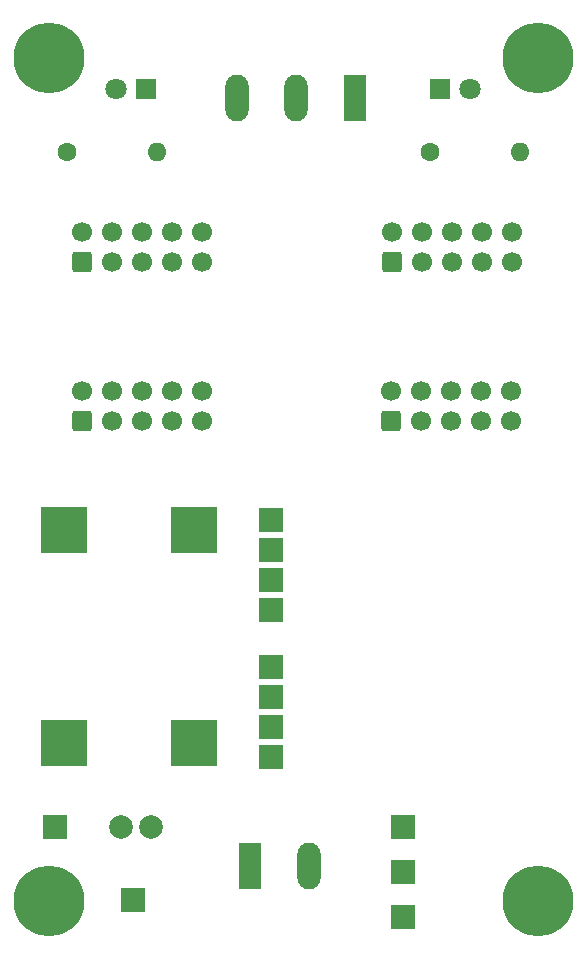
<source format=gts>
G04 #@! TF.GenerationSoftware,KiCad,Pcbnew,(6.0.8-1)-1*
G04 #@! TF.CreationDate,2023-01-21T16:38:13+01:00*
G04 #@! TF.ProjectId,hog-f1-stupdown-psu,686f672d-6631-42d7-9374-7570646f776e,rev?*
G04 #@! TF.SameCoordinates,Original*
G04 #@! TF.FileFunction,Soldermask,Top*
G04 #@! TF.FilePolarity,Negative*
%FSLAX46Y46*%
G04 Gerber Fmt 4.6, Leading zero omitted, Abs format (unit mm)*
G04 Created by KiCad (PCBNEW (6.0.8-1)-1) date 2023-01-21 16:38:13*
%MOMM*%
%LPD*%
G01*
G04 APERTURE LIST*
G04 Aperture macros list*
%AMRoundRect*
0 Rectangle with rounded corners*
0 $1 Rounding radius*
0 $2 $3 $4 $5 $6 $7 $8 $9 X,Y pos of 4 corners*
0 Add a 4 corners polygon primitive as box body*
4,1,4,$2,$3,$4,$5,$6,$7,$8,$9,$2,$3,0*
0 Add four circle primitives for the rounded corners*
1,1,$1+$1,$2,$3*
1,1,$1+$1,$4,$5*
1,1,$1+$1,$6,$7*
1,1,$1+$1,$8,$9*
0 Add four rect primitives between the rounded corners*
20,1,$1+$1,$2,$3,$4,$5,0*
20,1,$1+$1,$4,$5,$6,$7,0*
20,1,$1+$1,$6,$7,$8,$9,0*
20,1,$1+$1,$8,$9,$2,$3,0*%
G04 Aperture macros list end*
%ADD10RoundRect,0.250000X0.600000X-0.600000X0.600000X0.600000X-0.600000X0.600000X-0.600000X-0.600000X0*%
%ADD11C,1.700000*%
%ADD12R,1.980000X3.960000*%
%ADD13O,1.980000X3.960000*%
%ADD14R,2.000000X2.000000*%
%ADD15C,2.000000*%
%ADD16R,4.000000X4.000000*%
%ADD17C,1.600000*%
%ADD18O,1.600000X1.600000*%
%ADD19C,6.000000*%
%ADD20R,1.800000X1.800000*%
%ADD21C,1.800000*%
G04 APERTURE END LIST*
D10*
X155820219Y-84104586D03*
D11*
X155820219Y-81564586D03*
X158360219Y-84104586D03*
X158360219Y-81564586D03*
X160900219Y-84104586D03*
X160900219Y-81564586D03*
X163440219Y-84104586D03*
X163440219Y-81564586D03*
X165980219Y-84104586D03*
X165980219Y-81564586D03*
D10*
X129594000Y-97566586D03*
D11*
X129594000Y-95026586D03*
X132134000Y-97566586D03*
X132134000Y-95026586D03*
X134674000Y-97566586D03*
X134674000Y-95026586D03*
X137214000Y-97566586D03*
X137214000Y-95026586D03*
X139754000Y-97566586D03*
X139754000Y-95026586D03*
D12*
X152708000Y-70266000D03*
D13*
X147708000Y-70266000D03*
X142708000Y-70266000D03*
D14*
X156772000Y-139608000D03*
D12*
X143818000Y-135290000D03*
D13*
X148818000Y-135290000D03*
D14*
X156772000Y-131988000D03*
D15*
X135436000Y-131988000D03*
X132896000Y-131988000D03*
D16*
X128044800Y-124864086D03*
X139017600Y-124864086D03*
X128044800Y-106864086D03*
X139017600Y-106864086D03*
D14*
X145596000Y-118404086D03*
X145596000Y-120944086D03*
X145596000Y-123484086D03*
X145596000Y-126024086D03*
D10*
X155756000Y-97566586D03*
D11*
X155756000Y-95026586D03*
X158296000Y-97566586D03*
X158296000Y-95026586D03*
X160836000Y-97566586D03*
X160836000Y-95026586D03*
X163376000Y-97566586D03*
X163376000Y-95026586D03*
X165916000Y-97566586D03*
X165916000Y-95026586D03*
D14*
X127308000Y-131988000D03*
D17*
X128324000Y-74838000D03*
D18*
X135944000Y-74838000D03*
D19*
X126800000Y-66837000D03*
X168202000Y-66837000D03*
D20*
X159888000Y-69504000D03*
D21*
X162428000Y-69504000D03*
D14*
X145596000Y-105958086D03*
X145596000Y-108498086D03*
X145596000Y-111038086D03*
X145596000Y-113578086D03*
D19*
X168202000Y-138211000D03*
D20*
X135001000Y-69504000D03*
D21*
X132461000Y-69504000D03*
D10*
X129594000Y-84104586D03*
D11*
X129594000Y-81564586D03*
X132134000Y-84104586D03*
X132134000Y-81564586D03*
X134674000Y-84104586D03*
X134674000Y-81564586D03*
X137214000Y-84104586D03*
X137214000Y-81564586D03*
X139754000Y-84104586D03*
X139754000Y-81564586D03*
D14*
X156772000Y-135798000D03*
D17*
X159004000Y-74803000D03*
D18*
X166624000Y-74803000D03*
D19*
X126800000Y-138211000D03*
D14*
X133858000Y-138176000D03*
M02*

</source>
